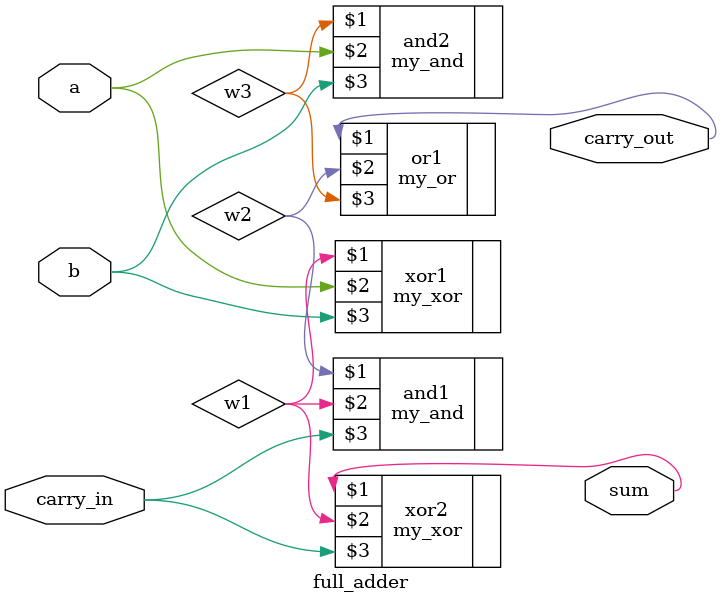
<source format=v>
/******************************************************************************
@ddblock_begin copyright

Copyright (c) 1999-2010
Maryland DSPCAD Research Group, The University of Maryland at College Park

Permission is hereby granted, without written agreement and without
license or royalty fees, to use, copy, modify, and distribute this
software and its documentation for any purpose, provided that the above
copyright notice and the following two paragraphs appear in all copies
of this software.

IN NO EVENT SHALL THE UNIVERSITY OF MARYLAND BE LIABLE TO ANY PARTY
FOR DIRECT, INDIRECT, SPECIAL, INCIDENTAL, OR CONSEQUENTIAL DAMAGES
ARISING OUT OF THE USE OF THIS SOFTWARE AND ITS DOCUMENTATION, EVEN IF
THE UNIVERSITY OF MARYLAND HAS BEEN ADVISED OF THE POSSIBILITY OF
SUCH DAMAGE.

THE UNIVERSITY OF MARYLAND SPECIFICALLY DISCLAIMS ANY WARRANTIES,
INCLUDING, BUT NOT LIMITED TO, THE IMPLIED WARRANTIES OF
MERCHANTABILITY AND FITNESS FOR A PARTICULAR PURPOSE. THE SOFTWARE
PROVIDED HEREUNDER IS ON AN "AS IS" BASIS, AND THE UNIVERSITY OF
MARYLAND HAS NO OBLIGATION TO PROVIDE MAINTENANCE, SUPPORT, UPDATES,
ENHANCEMENTS, OR MODIFICATIONS.

@ddblock_end copyright
******************************************************************************/
`timescale 1ns/10ps
`include "myLibs.v"

/* 16-bit ripple carry adder.
 * modified for use with my_nand
 */

module rc_adder16(sum, carry_out, a, b, carry_in);
    output [15:0] sum;
    output carry_out;
    input [15:0] a;
    input [15:0] b;
    input carry_in;

    wire [15:0] c;

    assign carry_out = c[15];

    full_adder fa0(sum[0], c[0], a[0], b[0], carry_in);
    full_adder fa1(sum[1], c[1], a[1], b[1], c[0]);
    full_adder fa2(sum[2], c[2], a[2], b[2], c[1]);
    full_adder fa3(sum[3], c[3], a[3], b[3], c[2]);
    full_adder fa4(sum[4], c[4], a[4], b[4], c[3]);
    full_adder fa5(sum[5], c[5], a[5], b[5], c[4]);
    full_adder fa6(sum[6], c[6], a[6], b[6], c[5]);
    full_adder fa7(sum[7], c[7], a[7], b[7], c[6]);
    full_adder fa8(sum[8], c[8], a[8], b[8], c[7]);
    full_adder fa9(sum[9], c[9], a[9], b[9], c[8]);
    full_adder fa10(sum[10], c[10], a[10], b[10], c[9]);
    full_adder fa11(sum[11], c[11], a[11], b[11], c[10]);
    full_adder fa12(sum[12], c[12], a[12], b[12], c[11]);
    full_adder fa13(sum[13], c[13], a[13], b[13], c[12]);
    full_adder fa14(sum[14], c[14], a[14], b[14], c[13]);
    full_adder fa15(sum[15], c[15], a[15], b[15], c[14]);
endmodule

/* 1-bit full adder.
 * modify for use with my_nand
 */

module full_adder(sum, carry_out, a, b, carry_in);
    output sum, carry_out;
    input a, b, carry_in;

    //sum = a xor b xor c;
    //carry_out = carry_in(a + b) + ab;

    my_xor xor1(w1, a, b);
    my_xor xor2(sum, w1, carry_in);
    my_and and1(w2, w1, carry_in);
    my_and and2(w3, a, b);
    my_or or1(carry_out, w2, w3);
    
endmodule


</source>
